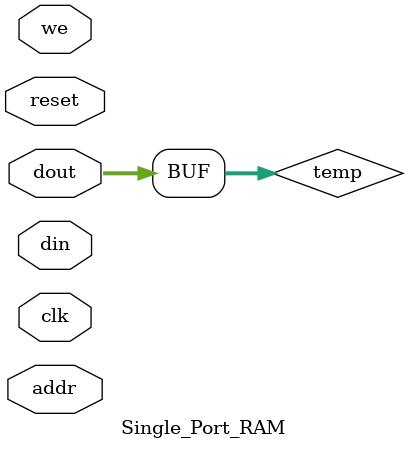
<source format=v>
`timescale 1ns / 1ps


module Single_Port_RAM(
    input clk,
    input we,
    input reset,
    input [5:0] addr, 
    input [7:0] din,
    input [7:0] dout
    );
    
    reg [7:0] mem [63:0];
    reg [7:0] temp;
    integer i = 0;
    
    always @(posedge clk) begin
        if(reset) begin
            for(i = 0; i < 64; i = i + 1) begin
                mem[i] <= 8'h00;
            end
            temp <= 8'h00;
        end
        
        else begin
            if(we == 1'b1) begin
            mem[addr] <= din;
            end
            else begin
                temp <= mem[addr];
            end
        end
    end
    
    assign dout = temp;
endmodule

</source>
